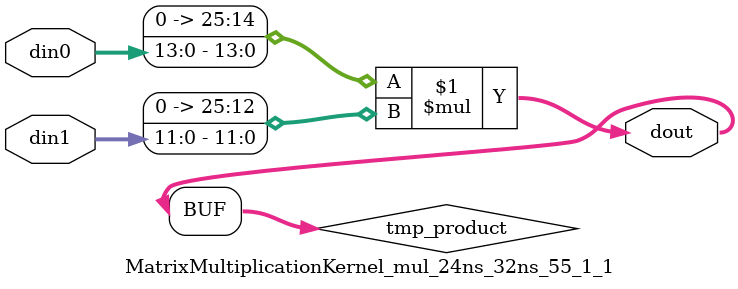
<source format=v>

`timescale 1 ns / 1 ps

 module MatrixMultiplicationKernel_mul_24ns_32ns_55_1_1(din0, din1, dout);
parameter ID = 1;
parameter NUM_STAGE = 0;
parameter din0_WIDTH = 14;
parameter din1_WIDTH = 12;
parameter dout_WIDTH = 26;

input [din0_WIDTH - 1 : 0] din0; 
input [din1_WIDTH - 1 : 0] din1; 
output [dout_WIDTH - 1 : 0] dout;

wire signed [dout_WIDTH - 1 : 0] tmp_product;
























assign tmp_product = $signed({1'b0, din0}) * $signed({1'b0, din1});











assign dout = tmp_product;





















endmodule

</source>
